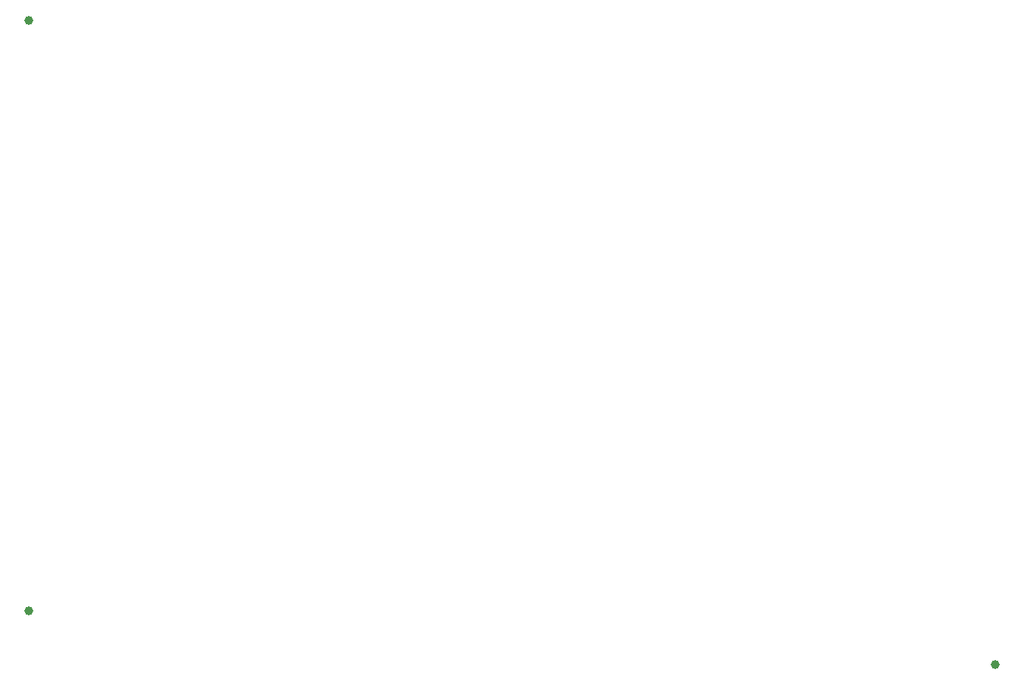
<source format=gtp>
G04 Layer_Color=8421504*
%FSLAX44Y44*%
%MOMM*%
G71*
G01*
G75*
%ADD10C,1.0000*%
D10*
X30000Y750000D02*
D03*
Y90000D02*
D03*
X1110000Y30000D02*
D03*
M02*

</source>
